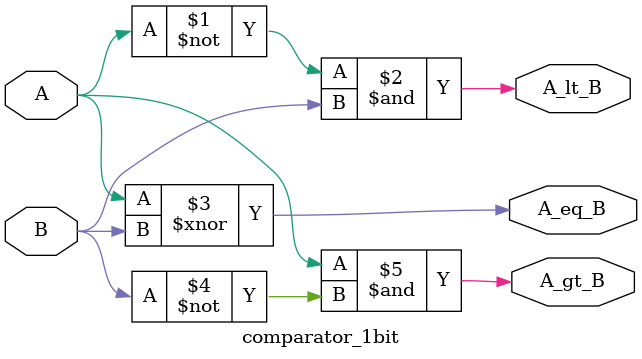
<source format=v>
module comparator_1bit(
    input A, B,
    output A_lt_B,
    output A_eq_B,
    output A_gt_B
);

assign A_lt_B = (~A) & B;
assign A_eq_B = A ~^ B;
assign A_gt_B = A & (~B);

endmodule
</source>
